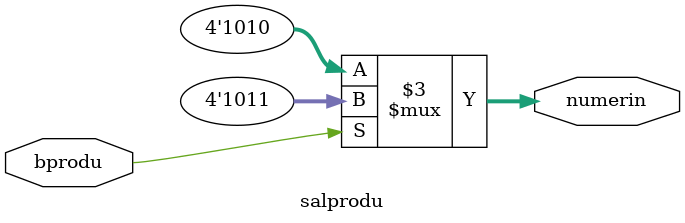
<source format=v>
`timescale 1ns / 1ps
module salprodu(numerin,bprodu
    );
	 input bprodu;//boton de producto
	 output reg [3:0]numerin;//numero de salida
	
	
	always @(bprodu)
	begin
		if(bprodu) numerin=4'b1011;
		else numerin = 4'b1010;
	end

endmodule

</source>
